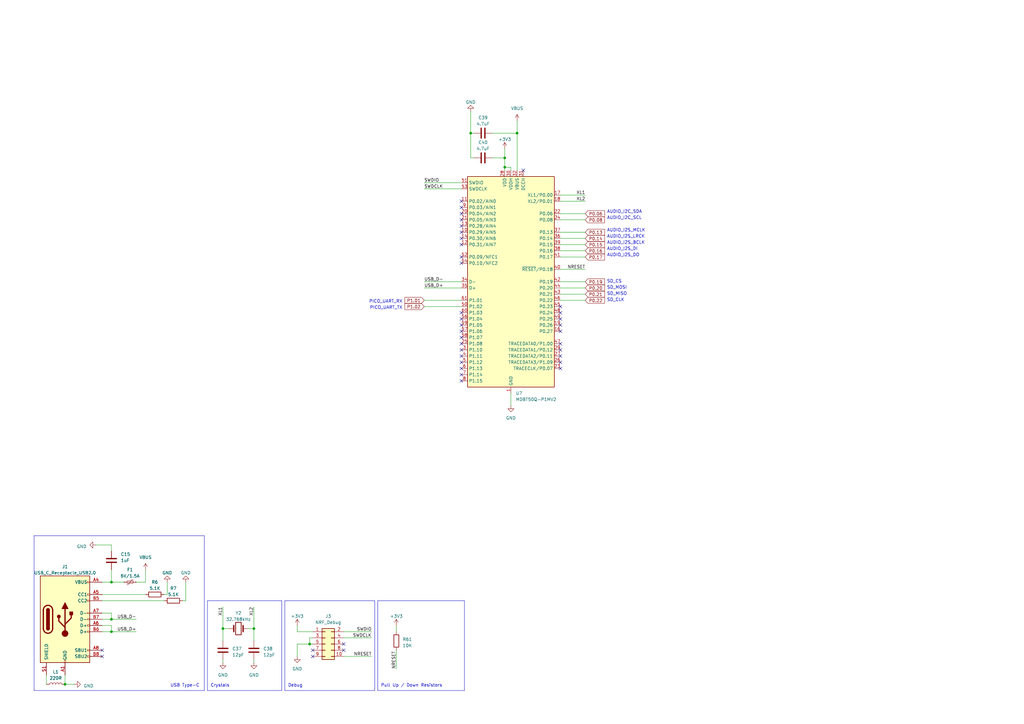
<source format=kicad_sch>
(kicad_sch (version 20230121) (generator eeschema)
  (paper "A3")
  (title_block (title "NRF8280 Module Schematic") (date "2023-07-05") (rev "1.0") (company "None") (comment 1 "Author : Turgay Hopal"))
  (lib_symbols
    (symbol "Connector:USB_C_Receptacle_USB2.0" (pin_names (offset 1.016))
      (property "Reference" "J" (at -10.16 19.05 0))
      (property "Value" "USB_C_Receptacle_USB2.0" (at 19.05 19.05 0))
      (symbol "USB_C_Receptacle_USB2.0_0_0"
        (rectangle (start -0.254 -17.78) (end 0.254 -16.764))
        (rectangle (start 10.16 -14.986) (end 9.144 -15.494))
        (rectangle (start 10.16 -12.446) (end 9.144 -12.954))
        (rectangle (start 10.16 -4.826) (end 9.144 -5.334))
        (rectangle (start 10.16 -2.286) (end 9.144 -2.794))
        (rectangle (start 10.16 0.254) (end 9.144 -0.254))
        (rectangle (start 10.16 2.794) (end 9.144 2.286))
        (rectangle (start 10.16 7.874) (end 9.144 7.366))
        (rectangle (start 10.16 10.414) (end 9.144 9.906))
        (rectangle (start 10.16 15.494) (end 9.144 14.986))
      )
      (symbol "USB_C_Receptacle_USB2.0_0_1"
        (rectangle (start -10.16 17.78) (end 10.16 -17.78) (stroke (width 0.254)) (fill (type background)))
        (arc (start -8.89 -3.81) (mid -6.985 -5.7067) (end -5.08 -3.81) (stroke (width 0.508)))
        (arc (start -7.62 -3.81) (mid -6.985 -4.4423) (end -6.35 -3.81) (stroke (width 0.254)))
        (arc (start -7.62 -3.81) (mid -6.985 -4.4423) (end -6.35 -3.81) (stroke (width 0.254)) (fill (type outline)))
        (rectangle (start -7.62 -3.81) (end -6.35 3.81) (stroke (width 0.254)) (fill (type outline)))
        (arc (start -6.35 3.81) (mid -6.985 4.4423) (end -7.62 3.81) (stroke (width 0.254)))
        (arc (start -6.35 3.81) (mid -6.985 4.4423) (end -7.62 3.81) (stroke (width 0.254)) (fill (type outline)))
        (arc (start -5.08 3.81) (mid -6.985 5.7067) (end -8.89 3.81) (stroke (width 0.508)))
        (circle (center -2.54 1.143) (radius 0.635) (stroke (width 0.254)) (fill (type outline)))
        (circle (center 0 -5.842) (radius 1.27) (fill (type outline)))
        (polyline (pts (xy -8.89 -3.81) (xy -8.89 3.81)) (stroke (width 0.508)))
        (polyline (pts (xy -5.08 3.81) (xy -5.08 -3.81)) (stroke (width 0.508)))
        (polyline (pts (xy 0 -5.842) (xy 0 4.318)) (stroke (width 0.508)))
        (polyline (pts (xy 0 -3.302) (xy -2.54 -0.762) (xy -2.54 0.508)) (stroke (width 0.508)))
        (polyline (pts (xy 0 -2.032) (xy 2.54 0.508) (xy 2.54 1.778)) (stroke (width 0.508)))
        (polyline (pts (xy -1.27 4.318) (xy 0 6.858) (xy 1.27 4.318) (xy -1.27 4.318)) (stroke (width 0.254)) (fill (type outline)))
        (rectangle (start 1.905 1.778) (end 3.175 3.048) (stroke (width 0.254)) (fill (type outline)))
      )
      (symbol "USB_C_Receptacle_USB2.0_1_1"
        (pin passive line (at 0 -22.86 90) (length 5.08) (name "GND") (number "A1"))
        (pin passive line (at 0 -22.86 90) (length 5.08) hide (name "GND") (number "A12"))
        (pin passive line (at 15.24 15.24 180) (length 5.08) (name "VBUS") (number "A4"))
        (pin bidirectional line (at 15.24 10.16 180) (length 5.08) (name "CC1") (number "A5"))
        (pin bidirectional line (at 15.24 -2.54 180) (length 5.08) (name "D+") (number "A6"))
        (pin bidirectional line (at 15.24 2.54 180) (length 5.08) (name "D-") (number "A7"))
        (pin bidirectional line (at 15.24 -12.7 180) (length 5.08) (name "SBU1") (number "A8"))
        (pin passive line (at 15.24 15.24 180) (length 5.08) hide (name "VBUS") (number "A9"))
        (pin passive line (at 0 -22.86 90) (length 5.08) hide (name "GND") (number "B1"))
        (pin passive line (at 0 -22.86 90) (length 5.08) hide (name "GND") (number "B12"))
        (pin passive line (at 15.24 15.24 180) (length 5.08) hide (name "VBUS") (number "B4"))
        (pin bidirectional line (at 15.24 7.62 180) (length 5.08) (name "CC2") (number "B5"))
        (pin bidirectional line (at 15.24 -5.08 180) (length 5.08) (name "D+") (number "B6"))
        (pin bidirectional line (at 15.24 0 180) (length 5.08) (name "D-") (number "B7"))
        (pin bidirectional line (at 15.24 -15.24 180) (length 5.08) (name "SBU2") (number "B8"))
        (pin passive line (at 15.24 15.24 180) (length 5.08) hide (name "VBUS") (number "B9"))
        (pin passive line (at -7.62 -22.86 90) (length 5.08) (name "SHIELD") (number "S1"))
      )
    )
    (symbol "Connector_Generic:Conn_02x05_Odd_Even" (pin_names (offset 1.016) hide)
      (property "Reference" "J" (at 1.27 7.62 0))
      (property "Value" "Conn_02x05_Odd_Even" (at 1.27 -7.62 0))
      (symbol "Conn_02x05_Odd_Even_1_1"
        (rectangle (start -1.27 -4.953) (end 0 -5.207) (stroke (width 0.1524)))
        (rectangle (start -1.27 -2.413) (end 0 -2.667) (stroke (width 0.1524)))
        (rectangle (start -1.27 0.127) (end 0 -0.127) (stroke (width 0.1524)))
        (rectangle (start -1.27 2.667) (end 0 2.413) (stroke (width 0.1524)))
        (rectangle (start -1.27 5.207) (end 0 4.953) (stroke (width 0.1524)))
        (rectangle (start -1.27 6.35) (end 3.81 -6.35) (stroke (width 0.254)) (fill (type background)))
        (rectangle (start 3.81 -4.953) (end 2.54 -5.207) (stroke (width 0.1524)))
        (rectangle (start 3.81 -2.413) (end 2.54 -2.667) (stroke (width 0.1524)))
        (rectangle (start 3.81 0.127) (end 2.54 -0.127) (stroke (width 0.1524)))
        (rectangle (start 3.81 2.667) (end 2.54 2.413) (stroke (width 0.1524)))
        (rectangle (start 3.81 5.207) (end 2.54 4.953) (stroke (width 0.1524)))
        (pin passive line (at -5.08 5.08 0) (length 3.81) (name "Pin_1") (number "1"))
        (pin passive line (at 7.62 -5.08 180) (length 3.81) (name "Pin_10") (number "10"))
        (pin passive line (at 7.62 5.08 180) (length 3.81) (name "Pin_2") (number "2"))
        (pin passive line (at -5.08 2.54 0) (length 3.81) (name "Pin_3") (number "3"))
        (pin passive line (at 7.62 2.54 180) (length 3.81) (name "Pin_4") (number "4"))
        (pin passive line (at -5.08 0 0) (length 3.81) (name "Pin_5") (number "5"))
        (pin passive line (at 7.62 0 180) (length 3.81) (name "Pin_6") (number "6"))
        (pin passive line (at -5.08 -2.54 0) (length 3.81) (name "Pin_7") (number "7"))
        (pin passive line (at 7.62 -2.54 180) (length 3.81) (name "Pin_8") (number "8"))
        (pin passive line (at -5.08 -5.08 0) (length 3.81) (name "Pin_9") (number "9"))
      )
    )
    (symbol "Device:C" (pin_numbers hide) (pin_names (offset 0.254))
      (property "Reference" "C" (at 0.635 2.54 0))
      (property "Value" "C" (at 0.635 -2.54 0))
      (symbol "C_0_1"
        (polyline (pts (xy -2.032 -0.762) (xy 2.032 -0.762)) (stroke (width 0.508)))
        (polyline (pts (xy -2.032 0.762) (xy 2.032 0.762)) (stroke (width 0.508)))
      )
      (symbol "C_1_1"
        (pin passive line (at 0 3.81 270) (length 2.794) (name "~") (number "1"))
        (pin passive line (at 0 -3.81 90) (length 2.794) (name "~") (number "2"))
      )
    )
    (symbol "Device:Crystal" (pin_numbers hide) (pin_names (offset 1.016) hide)
      (property "Reference" "Y" (at 0 3.81 0))
      (property "Value" "Crystal" (at 0 -3.81 0))
      (symbol "Crystal_0_1"
        (rectangle (start -1.143 2.54) (end 1.143 -2.54) (stroke (width 0.3048)))
        (polyline (pts (xy -2.54 0) (xy -1.905 0)))
        (polyline (pts (xy -1.905 -1.27) (xy -1.905 1.27)) (stroke (width 0.508)))
        (polyline (pts (xy 1.905 -1.27) (xy 1.905 1.27)) (stroke (width 0.508)))
        (polyline (pts (xy 2.54 0) (xy 1.905 0)))
      )
      (symbol "Crystal_1_1"
        (pin passive line (at -3.81 0 0) (length 1.27) (name "1") (number "1"))
        (pin passive line (at 3.81 0 180) (length 1.27) (name "2") (number "2"))
      )
    )
    (symbol "Device:L" (pin_numbers hide) (pin_names (offset 1.016) hide)
      (property "Reference" "L" (at -1.27 0 90))
      (property "Value" "L" (at 1.905 0 90))
      (symbol "L_0_1"
        (arc (start 0 -2.54) (mid 0.6323 -1.905) (end 0 -1.27))
        (arc (start 0 -1.27) (mid 0.6323 -0.635) (end 0 0))
        (arc (start 0 0) (mid 0.6323 0.635) (end 0 1.27))
        (arc (start 0 1.27) (mid 0.6323 1.905) (end 0 2.54))
      )
      (symbol "L_1_1"
        (pin passive line (at 0 3.81 270) (length 1.27) (name "1") (number "1"))
        (pin passive line (at 0 -3.81 90) (length 1.27) (name "2") (number "2"))
      )
    )
    (symbol "Device:Polyfuse_Small" (pin_numbers hide) (pin_names (offset 0))
      (property "Reference" "F" (at -1.905 0 90))
      (property "Value" "Polyfuse_Small" (at 1.905 0 90))
      (symbol "Polyfuse_Small_0_1"
        (rectangle (start -0.508 1.27) (end 0.508 -1.27))
        (polyline (pts (xy 0 2.54) (xy 0 -2.54)))
        (polyline (pts (xy -1.016 1.27) (xy -1.016 0.762) (xy 1.016 -0.762) (xy 1.016 -1.27)))
      )
      (symbol "Polyfuse_Small_1_1"
        (pin passive line (at 0 2.54 270) (length 0.635) (name "~") (number "1"))
        (pin passive line (at 0 -2.54 90) (length 0.635) (name "~") (number "2"))
      )
    )
    (symbol "Device:R" (pin_numbers hide) (pin_names (offset 0))
      (property "Reference" "R" (at 2.032 0 90))
      (property "Value" "R" (at 0 0 90))
      (symbol "R_0_1"
        (rectangle (start -1.016 -2.54) (end 1.016 2.54) (stroke (width 0.254)))
      )
      (symbol "R_1_1"
        (pin passive line (at 0 3.81 270) (length 1.27) (name "~") (number "1"))
        (pin passive line (at 0 -3.81 90) (length 1.27) (name "~") (number "2"))
      )
    )
    (symbol "RF_Module:MDBT50Q-P1MV2"
      (property "Reference" "U" (at 0 0 0))
      (property "Value" "MDBT50Q-P1MV2" (at 0 -2.54 0))
      (symbol "MDBT50Q-P1MV2_0_1"
        (rectangle (start -17.78 43.18) (end 17.78 -43.18) (stroke (width 0.254)) (fill (type background)))
      )
      (symbol "MDBT50Q-P1MV2_1_1"
        (pin power_in line (at 0 -45.72 90) (length 2.54) (name "GND") (number "1"))
        (pin bidirectional line (at -20.32 20.32 0) (length 2.54) (name "P0.29/AIN5") (number "10"))
        (pin bidirectional line (at -20.32 33.02 0) (length 2.54) (name "P0.02/AIN0") (number "11"))
        (pin bidirectional line (at -20.32 15.24 0) (length 2.54) (name "P0.31/AIN7") (number "12"))
        (pin bidirectional line (at -20.32 22.86 0) (length 2.54) (name "P0.28/AIN4") (number "13"))
        (pin bidirectional line (at -20.32 17.78 0) (length 2.54) (name "P0.30/AIN6") (number "14"))
        (pin passive line (at 0 -45.72 90) (length 2.54) hide (name "GND") (number "15"))
        (pin bidirectional line (at 20.32 -20.32 180) (length 2.54) (name "P0.27") (number "16"))
        (pin bidirectional line (at 20.32 35.56 180) (length 2.54) (name "XL1/P0.00") (number "17"))
        (pin bidirectional line (at 20.32 33.02 180) (length 2.54) (name "XL2/P0.01") (number "18"))
        (pin bidirectional line (at 20.32 -17.78 180) (length 2.54) (name "P0.26") (number "19"))
        (pin passive line (at 0 -45.72 90) (length 2.54) hide (name "GND") (number "2"))
        (pin bidirectional line (at -20.32 27.94 0) (length 2.54) (name "P0.04/AIN2") (number "20"))
        (pin bidirectional line (at -20.32 25.4 0) (length 2.54) (name "P0.05/AIN3") (number "21"))
        (pin bidirectional line (at 20.32 27.94 180) (length 2.54) (name "P0.06") (number "22"))
        (pin bidirectional line (at 20.32 -35.56 180) (length 2.54) (name "TRACECLK/P0.07") (number "23"))
        (pin bidirectional line (at 20.32 25.4 180) (length 2.54) (name "P0.08") (number "24"))
        (pin bidirectional line (at -20.32 -25.4 0) (length 2.54) (name "P1.08") (number "25"))
        (pin bidirectional line (at 20.32 -33.02 180) (length 2.54) (name "TRACEDATA3/P1.09") (number "26"))
        (pin bidirectional line (at 20.32 -30.48 180) (length 2.54) (name "TRACEDATA2/P0.11") (number "27"))
        (pin power_in line (at -2.54 45.72 270) (length 2.54) (name "VDD") (number "28"))
        (pin bidirectional line (at 20.32 -27.94 180) (length 2.54) (name "TRACEDATA1/P0.12") (number "29"))
        (pin bidirectional line (at -20.32 -27.94 0) (length 2.54) (name "P1.10") (number "3"))
        (pin power_in line (at 0 45.72 270) (length 2.54) (name "VDDH") (number "30"))
        (pin power_out line (at 5.08 45.72 270) (length 2.54) (name "DCCH") (number "31"))
        (pin power_in line (at 2.54 45.72 270) (length 2.54) (name "VBUS") (number "32"))
        (pin passive line (at 0 -45.72 90) (length 2.54) hide (name "GND") (number "33"))
        (pin bidirectional line (at -20.32 0 0) (length 2.54) (name "D-") (number "34"))
        (pin bidirectional line (at -20.32 -2.54 0) (length 2.54) (name "D+") (number "35"))
        (pin bidirectional line (at 20.32 17.78 180) (length 2.54) (name "P0.14") (number "36"))
        (pin bidirectional line (at 20.32 20.32 180) (length 2.54) (name "P0.13") (number "37"))
        (pin bidirectional line (at 20.32 12.7 180) (length 2.54) (name "P0.16") (number "38"))
        (pin bidirectional line (at 20.32 15.24 180) (length 2.54) (name "P0.15") (number "39"))
        (pin bidirectional line (at -20.32 -30.48 0) (length 2.54) (name "P1.11") (number "4"))
        (pin bidirectional line (at 20.32 5.08 180) (length 2.54) (name "~{RESET}/P0.18") (number "40"))
        (pin bidirectional line (at 20.32 10.16 180) (length 2.54) (name "P0.17") (number "41"))
        (pin bidirectional line (at 20.32 0 180) (length 2.54) (name "P0.19") (number "42"))
        (pin bidirectional line (at 20.32 -5.08 180) (length 2.54) (name "P0.21") (number "43"))
        (pin bidirectional line (at 20.32 -2.54 180) (length 2.54) (name "P0.20") (number "44"))
        (pin bidirectional line (at 20.32 -10.16 180) (length 2.54) (name "P0.23") (number "45"))
        (pin bidirectional line (at 20.32 -7.62 180) (length 2.54) (name "P0.22") (number "46"))
        (pin bidirectional line (at 20.32 -25.4 180) (length 2.54) (name "TRACEDATA0/P1.00") (number "47"))
        (pin bidirectional line (at 20.32 -12.7 180) (length 2.54) (name "P0.24") (number "48"))
        (pin bidirectional line (at 20.32 -15.24 180) (length 2.54) (name "P0.25") (number "49"))
        (pin bidirectional line (at -20.32 -33.02 0) (length 2.54) (name "P1.12") (number "5"))
        (pin bidirectional line (at -20.32 -10.16 0) (length 2.54) (name "P1.02") (number "50"))
        (pin bidirectional line (at -20.32 40.64 0) (length 2.54) (name "SWDIO") (number "51"))
        (pin bidirectional line (at -20.32 10.16 0) (length 2.54) (name "P0.09/NFC1") (number "52"))
        (pin input line (at -20.32 38.1 0) (length 2.54) (name "SWDCLK") (number "53"))
        (pin bidirectional line (at -20.32 7.62 0) (length 2.54) (name "P0.10/NFC2") (number "54"))
        (pin passive line (at 0 -45.72 90) (length 2.54) hide (name "GND") (number "55"))
        (pin bidirectional line (at -20.32 -15.24 0) (length 2.54) (name "P1.04") (number "56"))
        (pin bidirectional line (at -20.32 -20.32 0) (length 2.54) (name "P1.06") (number "57"))
        (pin bidirectional line (at -20.32 -22.86 0) (length 2.54) (name "P1.07") (number "58"))
        (pin bidirectional line (at -20.32 -17.78 0) (length 2.54) (name "P1.05") (number "59"))
        (pin bidirectional line (at -20.32 -35.56 0) (length 2.54) (name "P1.13") (number "6"))
        (pin bidirectional line (at -20.32 -12.7 0) (length 2.54) (name "P1.03") (number "60"))
        (pin bidirectional line (at -20.32 -7.62 0) (length 2.54) (name "P1.01") (number "61"))
        (pin bidirectional line (at -20.32 -38.1 0) (length 2.54) (name "P1.14") (number "7"))
        (pin bidirectional line (at -20.32 -40.64 0) (length 2.54) (name "P1.15") (number "8"))
        (pin bidirectional line (at -20.32 30.48 0) (length 2.54) (name "P0.03/AIN1") (number "9"))
      )
    )
    (symbol "power:+3V3" (power) (pin_names (offset 0))
      (property "Value" "+3V3" (at 0 3.556 0))
      (symbol "+3V3_0_1"
        (polyline (pts (xy -0.762 1.27) (xy 0 2.54)))
        (polyline (pts (xy 0 0) (xy 0 2.54)))
        (polyline (pts (xy 0 2.54) (xy 0.762 1.27)))
      )
      (symbol "+3V3_1_1"
        (pin power_in line (at 0 0 90) (length 0) hide (name "+3V3") (number "1"))
      )
    )
    (symbol "power:GND" (power) (pin_names (offset 0))
      (property "Value" "GND" (at 0 -3.81 0))
      (symbol "GND_0_1"
        (polyline (pts (xy 0 0) (xy 0 -1.27) (xy 1.27 -1.27) (xy 0 -2.54) (xy -1.27 -1.27) (xy 0 -1.27)))
      )
      (symbol "GND_1_1"
        (pin power_in line (at 0 0 270) (length 0) hide (name "GND") (number "1"))
      )
    )
    (symbol "power:VBUS" (power) (pin_names (offset 0))
      (property "Value" "VBUS" (at 0 3.81 0))
      (symbol "VBUS_0_1"
        (polyline (pts (xy -0.762 1.27) (xy 0 2.54)))
        (polyline (pts (xy 0 0) (xy 0 2.54)))
        (polyline (pts (xy 0 2.54) (xy 0.762 1.27)))
      )
      (symbol "VBUS_1_1"
        (pin power_in line (at 0 0 90) (length 0) hide (name "VBUS") (number "1"))
      )
    )
  )
  (junction (at 91.44 257.81))
  (junction (at 193.04 54.61))
  (junction (at 45.72 259.08))
  (junction (at 212.09 54.61))
  (junction (at 207.01 68.58))
  (junction (at 26.67 280.67))
  (junction (at 207.01 64.77))
  (junction (at 127 264.16))
  (junction (at 45.72 254))
  (junction (at 45.72 238.76))
  (junction (at 104.14 257.81))
  (no_connect (at 189.23 151.13))
  (no_connect (at 229.87 135.89))
  (no_connect (at 189.23 153.67))
  (no_connect (at 189.23 140.97))
  (no_connect (at 41.91 266.7))
  (no_connect (at 189.23 85.09))
  (no_connect (at 189.23 87.63))
  (no_connect (at 189.23 105.41))
  (no_connect (at 189.23 135.89))
  (no_connect (at 229.87 128.27))
  (no_connect (at 189.23 148.59))
  (no_connect (at 189.23 82.55))
  (no_connect (at 41.91 269.24))
  (no_connect (at 189.23 90.17))
  (no_connect (at 189.23 92.71))
  (no_connect (at 229.87 140.97))
  (no_connect (at 229.87 146.05))
  (no_connect (at 189.23 146.05))
  (no_connect (at 229.87 133.35))
  (no_connect (at 128.27 266.7))
  (no_connect (at 189.23 95.25))
  (no_connect (at 229.87 143.51))
  (no_connect (at 229.87 151.13))
  (no_connect (at 189.23 130.81))
  (no_connect (at 189.23 97.79))
  (no_connect (at 140.97 266.7))
  (no_connect (at 229.87 148.59))
  (no_connect (at 189.23 128.27))
  (no_connect (at 140.97 264.16))
  (no_connect (at 189.23 138.43))
  (no_connect (at 189.23 133.35))
  (no_connect (at 229.87 125.73))
  (no_connect (at 189.23 100.33))
  (no_connect (at 189.23 156.21))
  (no_connect (at 214.63 69.85))
  (no_connect (at 189.23 107.95))
  (no_connect (at 229.87 130.81))
  (no_connect (at 189.23 143.51))
  (no_connect (at 128.27 269.24))
  (polyline (pts (xy 115.57 246.38) (xy 115.57 283.21)))
  (wire (pts (xy 104.14 270.51) (xy 104.14 271.78)))
  (wire (pts (xy 41.91 254) (xy 45.72 254)))
  (wire (pts (xy 229.87 82.55) (xy 240.03 82.55)))
  (wire (pts (xy 229.87 87.63) (xy 240.03 87.63)))
  (polyline (pts (xy 116.84 246.38) (xy 116.84 283.21)))
  (wire (pts (xy 229.87 90.17) (xy 240.03 90.17)))
  (wire (pts (xy 207.01 69.85) (xy 207.01 68.58)))
  (wire (pts (xy 229.87 123.19) (xy 240.03 123.19)))
  (wire (pts (xy 121.92 269.24) (xy 121.92 264.16)))
  (wire (pts (xy 240.03 110.49) (xy 229.87 110.49)))
  (wire (pts (xy 229.87 80.01) (xy 240.03 80.01)))
  (wire (pts (xy 152.4 259.08) (xy 140.97 259.08)))
  (wire (pts (xy 76.2 246.38) (xy 74.93 246.38)))
  (wire (pts (xy 128.27 259.08) (xy 121.92 259.08)))
  (wire (pts (xy 229.87 97.79) (xy 240.03 97.79)))
  (polyline (pts (xy 153.67 283.21) (xy 153.67 246.38)))
  (wire (pts (xy 207.01 64.77) (xy 201.93 64.77)))
  (polyline (pts (xy 115.57 283.21) (xy 85.09 283.21)))
  (wire (pts (xy 229.87 102.87) (xy 240.03 102.87)))
  (wire (pts (xy 193.04 54.61) (xy 193.04 64.77)))
  (wire (pts (xy 152.4 261.62) (xy 140.97 261.62)))
  (polyline (pts (xy 13.97 219.71) (xy 13.97 283.21)))
  (wire (pts (xy 229.87 95.25) (xy 240.03 95.25)))
  (wire (pts (xy 101.6 257.81) (xy 104.14 257.81)))
  (wire (pts (xy 41.91 243.84) (xy 59.69 243.84)))
  (wire (pts (xy 91.44 257.81) (xy 91.44 262.89)))
  (polyline (pts (xy 13.97 219.71) (xy 83.82 219.71)))
  (polyline (pts (xy 85.09 246.38) (xy 85.09 283.21)))
  (wire (pts (xy 45.72 223.52) (xy 39.37 223.52)))
  (wire (pts (xy 209.55 68.58) (xy 207.01 68.58)))
  (polyline (pts (xy 154.94 283.21) (xy 190.5 283.21)))
  (wire (pts (xy 201.93 54.61) (xy 212.09 54.61)))
  (wire (pts (xy 229.87 100.33) (xy 240.03 100.33)))
  (wire (pts (xy 193.04 54.61) (xy 194.31 54.61)))
  (wire (pts (xy 207.01 60.96) (xy 207.01 64.77)))
  (wire (pts (xy 41.91 256.54) (xy 45.72 256.54)))
  (wire (pts (xy 229.87 115.57) (xy 240.03 115.57)))
  (wire (pts (xy 121.92 264.16) (xy 127 264.16)))
  (wire (pts (xy 59.69 238.76) (xy 59.69 233.68)))
  (wire (pts (xy 104.14 257.81) (xy 104.14 262.89)))
  (polyline (pts (xy 116.84 246.38) (xy 153.67 246.38)))
  (wire (pts (xy 173.99 77.47) (xy 189.23 77.47)))
  (polyline (pts (xy 154.94 246.38) (xy 154.94 283.21)))
  (wire (pts (xy 41.91 251.46) (xy 45.72 251.46)))
  (polyline (pts (xy 83.82 283.21) (xy 83.82 219.71)))
  (wire (pts (xy 45.72 259.08) (xy 55.88 259.08)))
  (wire (pts (xy 19.05 276.86) (xy 19.05 280.67)))
  (wire (pts (xy 127 264.16) (xy 128.27 264.16)))
  (wire (pts (xy 173.99 74.93) (xy 189.23 74.93)))
  (wire (pts (xy 229.87 118.11) (xy 240.03 118.11)))
  (wire (pts (xy 67.31 243.84) (xy 68.58 243.84)))
  (wire (pts (xy 229.87 120.65) (xy 240.03 120.65)))
  (wire (pts (xy 173.99 125.73) (xy 189.23 125.73)))
  (wire (pts (xy 91.44 248.92) (xy 91.44 257.81)))
  (wire (pts (xy 209.55 69.85) (xy 209.55 68.58)))
  (wire (pts (xy 152.4 269.24) (xy 140.97 269.24)))
  (wire (pts (xy 68.58 238.76) (xy 68.58 243.84)))
  (wire (pts (xy 162.56 256.54) (xy 162.56 259.08)))
  (wire (pts (xy 209.55 161.29) (xy 209.55 166.37)))
  (wire (pts (xy 104.14 248.92) (xy 104.14 257.81)))
  (wire (pts (xy 91.44 270.51) (xy 91.44 271.78)))
  (wire (pts (xy 193.04 64.77) (xy 194.31 64.77)))
  (wire (pts (xy 162.56 266.7) (xy 162.56 274.32)))
  (wire (pts (xy 173.99 115.57) (xy 189.23 115.57)))
  (polyline (pts (xy 190.5 283.21) (xy 190.5 246.38)))
  (wire (pts (xy 45.72 254) (xy 55.88 254)))
  (wire (pts (xy 212.09 54.61) (xy 212.09 69.85)))
  (wire (pts (xy 26.67 276.86) (xy 26.67 280.67)))
  (wire (pts (xy 45.72 256.54) (xy 45.72 259.08)))
  (wire (pts (xy 41.91 259.08) (xy 45.72 259.08)))
  (wire (pts (xy 121.92 259.08) (xy 121.92 256.54)))
  (wire (pts (xy 173.99 123.19) (xy 189.23 123.19)))
  (wire (pts (xy 212.09 49.53) (xy 212.09 54.61)))
  (wire (pts (xy 45.72 238.76) (xy 50.8 238.76)))
  (wire (pts (xy 127 261.62) (xy 127 264.16)))
  (wire (pts (xy 76.2 238.76) (xy 76.2 246.38)))
  (wire (pts (xy 45.72 233.68) (xy 45.72 238.76)))
  (wire (pts (xy 55.88 238.76) (xy 59.69 238.76)))
  (wire (pts (xy 26.67 280.67) (xy 30.48 280.67)))
  (wire (pts (xy 45.72 226.06) (xy 45.72 223.52)))
  (wire (pts (xy 45.72 251.46) (xy 45.72 254)))
  (wire (pts (xy 229.87 105.41) (xy 240.03 105.41)))
  (polyline (pts (xy 116.84 283.21) (xy 153.67 283.21)))
  (wire (pts (xy 207.01 68.58) (xy 207.01 64.77)))
  (polyline (pts (xy 13.97 283.21) (xy 83.82 283.21)))
  (wire (pts (xy 41.91 246.38) (xy 67.31 246.38)))
  (wire (pts (xy 193.04 45.72) (xy 193.04 54.61)))
  (wire (pts (xy 173.99 118.11) (xy 189.23 118.11)))
  (wire (pts (xy 93.98 257.81) (xy 91.44 257.81)))
  (polyline (pts (xy 85.09 246.38) (xy 115.57 246.38)))
  (polyline (pts (xy 154.94 246.38) (xy 190.5 246.38)))
  (wire (pts (xy 41.91 238.76) (xy 45.72 238.76)))
  (wire (pts (xy 128.27 261.62) (xy 127 261.62)))
  (text "PICO_UART_TX" (at 165.1 127 0) (effects (font (size 1.27 1.27)) (justify right bottom)))
  (text "SD_CLK" (at 248.92 123.825 0) (effects (font (size 1.27 1.27)) (justify left bottom)))
  (text "AUDIO_I2C_SDA" (at 248.92 87.63 0) (effects (font (size 1.27 1.27)) (justify left bottom)))
  (text "SD_CS" (at 248.92 116.205 0) (effects (font (size 1.27 1.27)) (justify left bottom)))
  (text "Pull Up / Down Resistors" (at 156.21 281.94 0) (effects (font (size 1.27 1.27)) (justify left bottom)))
  (text "SD_MISO" (at 248.92 121.285 0) (effects (font (size 1.27 1.27)) (justify left bottom)))
  (text "AUDIO_I2S_DI" (at 248.92 102.87 0) (effects (font (size 1.27 1.27)) (justify left bottom)))
  (text "AUDIO_I2S_MCLK" (at 248.92 95.25 0) (effects (font (size 1.27 1.27)) (justify left bottom)))
  (text "AUDIO_I2S_BCLK" (at 248.92 100.33 0) (effects (font (size 1.27 1.27)) (justify left bottom)))
  (text "AUDIO_I2C_SCL\n" (at 248.92 90.17 0) (effects (font (size 1.27 1.27)) (justify left bottom)))
  (text "AUDIO_I2S_DO" (at 248.92 105.41 0) (effects (font (size 1.27 1.27)) (justify left bottom)))
  (text "Debug" (at 118.11 281.94 0) (effects (font (size 1.27 1.27)) (justify left bottom)))
  (text "PICO_UART_RX" (at 165.1 124.46 0) (effects (font (size 1.27 1.27)) (justify right bottom)))
  (text "Crystals" (at 86.36 281.94 0) (effects (font (size 1.27 1.27)) (justify left bottom)))
  (text "AUDIO_I2S_LRCK" (at 248.92 97.79 0) (effects (font (size 1.27 1.27)) (justify left bottom)))
  (text "SD_MOSI" (at 248.92 118.745 0) (effects (font (size 1.27 1.27)) (justify left bottom)))
  (text "USB Type-C" (at 69.85 281.94 0) (effects (font (size 1.27 1.27)) (justify left bottom)))
  (label "NRESET" (at 240.03 110.49 180))
  (label "XL1" (at 91.44 248.92 270))
  (label "USB_D-" (at 173.99 115.57 0))
  (label "SWDIO" (at 152.4 259.08 180))
  (label "USB_D-" (at 55.88 254 180))
  (label "USB_D+" (at 173.99 118.11 0))
  (label "XL2" (at 104.14 248.92 270))
  (label "XL1" (at 240.03 80.01 180))
  (label "SWDCLK" (at 152.4 261.62 180))
  (label "NRESET" (at 162.56 274.32 90))
  (label "NRESET" (at 152.4 269.24 180))
  (label "XL2" (at 240.03 82.55 180))
  (label "SWDIO" (at 173.99 74.93 0))
  (label "SWDCLK" (at 173.99 77.47 0))
  (label "USB_D+" (at 55.88 259.08 180))
  (global_label "P0.17" (shape input) (at 240.03 105.41 0) (property "Intersheetrefs" "${INTERSHEET_REFS}" (effects hide)))
  (global_label "P1.01" (shape input) (at 173.99 123.19 180) (property "Intersheetrefs" "${INTERSHEET_REFS}" (effects hide)))
  (global_label "P0.19" (shape input) (at 240.03 115.57 0) (property "Intersheetrefs" "${INTERSHEET_REFS}" (effects hide)))
  (global_label "P0.15" (shape input) (at 240.03 100.33 0) (property "Intersheetrefs" "${INTERSHEET_REFS}" (effects hide)))
  (global_label "P0.08" (shape input) (at 240.03 90.17 0) (property "Intersheetrefs" "${INTERSHEET_REFS}" (effects hide)))
  (global_label "P0.21" (shape input) (at 240.03 120.65 0) (property "Intersheetrefs" "${INTERSHEET_REFS}" (effects hide)))
  (global_label "P0.22" (shape input) (at 240.03 123.19 0) (property "Intersheetrefs" "${INTERSHEET_REFS}" (effects hide)))
  (global_label "P0.14" (shape input) (at 240.03 97.79 0) (property "Intersheetrefs" "${INTERSHEET_REFS}" (effects hide)))
  (global_label "P1.02" (shape input) (at 173.99 125.73 180) (property "Intersheetrefs" "${INTERSHEET_REFS}" (effects hide)))
  (global_label "P0.06" (shape input) (at 240.03 87.63 0) (property "Intersheetrefs" "${INTERSHEET_REFS}" (effects hide)))
  (global_label "P0.13" (shape input) (at 240.03 95.25 0) (property "Intersheetrefs" "${INTERSHEET_REFS}" (effects hide)))
  (global_label "P0.16" (shape input) (at 240.03 102.87 0) (property "Intersheetrefs" "${INTERSHEET_REFS}" (effects hide)))
  (global_label "P0.20" (shape input) (at 240.03 118.11 0) (property "Intersheetrefs" "${INTERSHEET_REFS}" (effects hide)))
  (symbol (lib_id "RF_Module:MDBT50Q-P1MV2") (at 209.55 115.57 0) (unit 1)
    (property "Reference" "U7" (at 211.5059 161.29 0) (effects (justify left)))
    (property "Value" "MDBT50Q-P1MV2" (at 211.5059 163.83 0) (effects (justify left)))
    (property "Footprint" "RF_Module:Raytac_MDBT50Q" (effects hide))
    (property "Datasheet" "https://www.raytac.com/download/index.php?index_id=43" (effects hide))
  )
  (symbol (lib_id "Device:C") (at 198.12 64.77 90) (unit 1)
    (property "Reference" "C40" (at 198.12 58.42 90))
    (property "Value" "4.7uF" (at 198.12 60.96 90))
    (property "Footprint" "Capacitor_SMD:C_0603_1608Metric" (effects hide))
  )
  (symbol (lib_id "Device:R") (at 63.5 243.84 90) (unit 1)
    (property "Reference" "R6" (at 63.5 238.76 90))
    (property "Value" "5.1K" (at 63.5 241.3 90))
    (property "Footprint" "Resistor_SMD:R_0603_1608Metric" (effects hide))
    (instances (project "DeskSandGlass" (path "" (reference "R6") (unit 1)) (path "" (reference "R59") (unit 1))))
  )
  (symbol (lib_id "power:GND") (at 68.58 238.76 180) (unit 1)
    (property "Reference" "#PWR016" (effects hide))
    (property "Value" "GND" (at 68.58 234.95 0))
    (instances (project "DeskSandGlass" (path "" (reference "#PWR016") (unit 1)) (path "" (reference "#PWR087") (unit 1))))
  )
  (symbol (lib_id "Connector_Generic:Conn_02x05_Odd_Even") (at 133.35 264.16 0) (unit 1)
    (property "Reference" "J3" (at 134.62 252.73 0))
    (property "Value" "NRF_Debug" (at 134.62 255.27 0))
    (property "Footprint" "Connector_PinSocket_1.27mm:PinSocket_2x05_P1.27mm_Vertical" (effects hide))
  )
  (symbol (lib_id "Device:Crystal") (at 97.79 257.81 0) (unit 1)
    (property "Reference" "Y2" (at 97.79 251.46 0))
    (property "Value" "32.768kHz" (at 97.79 254 0))
    (property "Footprint" "Crystal:Crystal_SMD_3215-2Pin_3.2x1.5mm" (effects hide))
  )
  (symbol (lib_id "Device:C") (at 104.14 266.7 0) (unit 1)
    (property "Reference" "C38" (at 107.95 266.065 0) (effects (justify left)))
    (property "Value" "12pF" (at 107.95 268.605 0) (effects (justify left)))
    (property "Footprint" "Capacitor_SMD:C_0603_1608Metric" (effects hide))
  )
  (symbol (lib_id "power:GND") (at 121.92 269.24 0) (unit 1)
    (property "Reference" "#PWR092" (effects hide))
    (property "Value" "GND" (at 121.92 274.32 0))
  )
  (symbol (lib_id "power:VBUS") (at 59.69 233.68 0) (unit 1)
    (property "Reference" "#PWR018" (effects hide))
    (property "Value" "VBUS" (at 59.69 228.6 0))
    (instances (project "DeskSandGlass" (path "" (reference "#PWR018") (unit 1)) (path "" (reference "#PWR086") (unit 1))) (project "QualityDeskController" (path "" (reference "#PWR025") (unit 1))))
  )
  (symbol (lib_id "power:GND") (at 91.44 271.78 0) (unit 1)
    (property "Reference" "#PWR089" (effects hide))
    (property "Value" "GND" (at 91.44 276.86 0))
  )
  (symbol (lib_id "Device:C") (at 91.44 266.7 0) (unit 1)
    (property "Reference" "C37" (at 95.25 266.065 0) (effects (justify left)))
    (property "Value" "12pF" (at 95.25 268.605 0) (effects (justify left)))
    (property "Footprint" "Capacitor_SMD:C_0603_1608Metric" (effects hide))
  )
  (symbol (lib_id "Device:Polyfuse_Small") (at 53.34 238.76 90) (unit 1)
    (property "Reference" "F1" (at 53.34 233.68 90))
    (property "Value" "6V/1.5A" (at 53.34 236.22 90))
    (property "Footprint" "Fuse:Fuse_0805_2012Metric" (effects hide))
    (property "Datasheet" "https://cdn.ozdisan.com/ETicaret_Dosya/490835_665008.pdf" (effects hide))
    (property "Description" "THERMISTOR PTC RESETTABLE FUSE 0805 1.5A 6V" (effects hide))
    (property "Manufacturer" "THINKING" (effects hide))
    (property "Suplier" "Özdisan" (effects hide))
    (property "Suplier Part Number" "KLM2S150RY" (effects hide))
    (property "Package-Case" "0805" (effects hide))
    (instances (project "DeskSandGlass" (path "" (reference "F1") (unit 1)) (path "" (reference "F2") (unit 1))) (project "QualityDeskController" (path "" (reference "F1") (unit 1))))
  )
  (symbol (lib_id "Device:R") (at 162.56 262.89 180) (unit 1)
    (property "Reference" "R61" (at 165.1 262.255 0) (effects (justify right)))
    (property "Value" "10K" (at 165.1 264.795 0) (effects (justify right)))
    (property "Footprint" "Resistor_SMD:R_0603_1608Metric" (effects hide))
  )
  (symbol (lib_id "power:GND") (at 30.48 280.67 90) (unit 1)
    (property "Reference" "#PWR015" (effects hide))
    (property "Value" "GND" (at 34.29 281.305 90) (effects (justify right)))
    (instances (project "DeskSandGlass" (path "" (reference "#PWR015") (unit 1)) (path "" (reference "#PWR084") (unit 1))))
  )
  (symbol (lib_id "Device:L") (at 22.86 280.67 90) (unit 1)
    (property "Reference" "L1" (at 22.86 275.59 90))
    (property "Value" "220R" (at 22.86 278.13 90))
    (property "Footprint" "Inductor_SMD:L_0603_1608Metric" (effects hide))
    (instances (project "DeskSandGlass" (path "" (reference "L1") (unit 1)) (path "" (reference "L4") (unit 1))))
  )
  (symbol (lib_id "Connector:USB_C_Receptacle_USB2.0") (at 26.67 254 0) (unit 1)
    (property "Reference" "J1" (at 26.67 232.41 0))
    (property "Value" "USB_C_Receptacle_USB2.0" (at 26.67 234.95 0))
    (property "Footprint" "Connector_USB:USB_C_Receptacle_HRO_TYPE-C-31-M-12" (effects hide))
    (property "Datasheet" "https://www.usb.org/sites/default/files/documents/usb_type-c.zip" (effects hide))
    (instances (project "DeskSandGlass" (path "" (reference "J1") (unit 1)) (path "" (reference "J2") (unit 1))))
  )
  (symbol (lib_id "power:GND") (at 39.37 223.52 270) (unit 1)
    (property "Reference" "#PWR019" (effects hide))
    (property "Value" "GND" (at 35.56 224.155 90) (effects (justify right)))
    (instances (project "DeskSandGlass" (path "" (reference "#PWR019") (unit 1)) (path "" (reference "#PWR085") (unit 1))))
  )
  (symbol (lib_id "Device:C") (at 45.72 229.87 0) (unit 1)
    (property "Reference" "C15" (at 49.53 227.33 0) (effects (justify left)))
    (property "Value" "1uF" (at 49.53 229.87 0) (effects (justify left)))
    (property "Footprint" "Capacitor_SMD:C_0603_1608Metric" (effects hide))
    (instances (project "DeskSandGlass" (path "" (reference "C15") (unit 1)) (path "" (reference "C36") (unit 1))))
  )
  (symbol (lib_id "power:VBUS") (at 212.09 49.53 0) (unit 1)
    (property "Reference" "#PWR018" (effects hide))
    (property "Value" "VBUS" (at 212.09 44.45 0))
    (instances (project "DeskSandGlass" (path "" (reference "#PWR018") (unit 1)) (path "" (reference "#PWR097") (unit 1))) (project "QualityDeskController" (path "" (reference "#PWR025") (unit 1))))
  )
  (symbol (lib_id "power:GND") (at 76.2 238.76 180) (unit 1)
    (property "Reference" "#PWR017" (effects hide))
    (property "Value" "GND" (at 76.2 234.95 0))
    (instances (project "DeskSandGlass" (path "" (reference "#PWR017") (unit 1)) (path "" (reference "#PWR088") (unit 1))))
  )
  (symbol (lib_id "power:+3V3") (at 207.01 60.96 0) (unit 1)
    (property "Reference" "#PWR095" (effects hide))
    (property "Value" "+3V3" (at 207.01 57.15 0))
  )
  (symbol (lib_id "Device:C") (at 198.12 54.61 90) (unit 1)
    (property "Reference" "C39" (at 198.12 48.26 90))
    (property "Value" "4.7uF" (at 198.12 50.8 90))
    (property "Footprint" "Capacitor_SMD:C_0603_1608Metric" (effects hide))
  )
  (symbol (lib_id "power:+3V3") (at 162.56 256.54 0) (unit 1)
    (property "Reference" "#PWR093" (effects hide))
    (property "Value" "+3V3" (at 162.56 252.73 0))
  )
  (symbol (lib_id "power:+3V3") (at 121.92 256.54 0) (unit 1)
    (property "Reference" "#PWR091" (effects hide))
    (property "Value" "+3V3" (at 121.92 252.73 0))
  )
  (symbol (lib_id "power:GND") (at 104.14 271.78 0) (unit 1)
    (property "Reference" "#PWR090" (effects hide))
    (property "Value" "GND" (at 104.14 276.86 0))
  )
  (symbol (lib_id "power:GND") (at 209.55 166.37 0) (unit 1)
    (property "Reference" "#PWR096" (effects hide))
    (property "Value" "GND" (at 209.55 171.45 0))
  )
  (symbol (lib_id "Device:R") (at 71.12 246.38 90) (unit 1)
    (property "Reference" "R7" (at 71.12 241.3 90))
    (property "Value" "5.1K" (at 71.12 243.84 90))
    (property "Footprint" "Resistor_SMD:R_0603_1608Metric" (effects hide))
    (instances (project "DeskSandGlass" (path "" (reference "R7") (unit 1)) (path "" (reference "R60") (unit 1))))
  )
  (symbol (lib_id "power:GND") (at 193.04 45.72 180) (unit 1)
    (property "Reference" "#PWR094" (effects hide))
    (property "Value" "GND" (at 193.04 41.91 0))
  )
)
</source>
